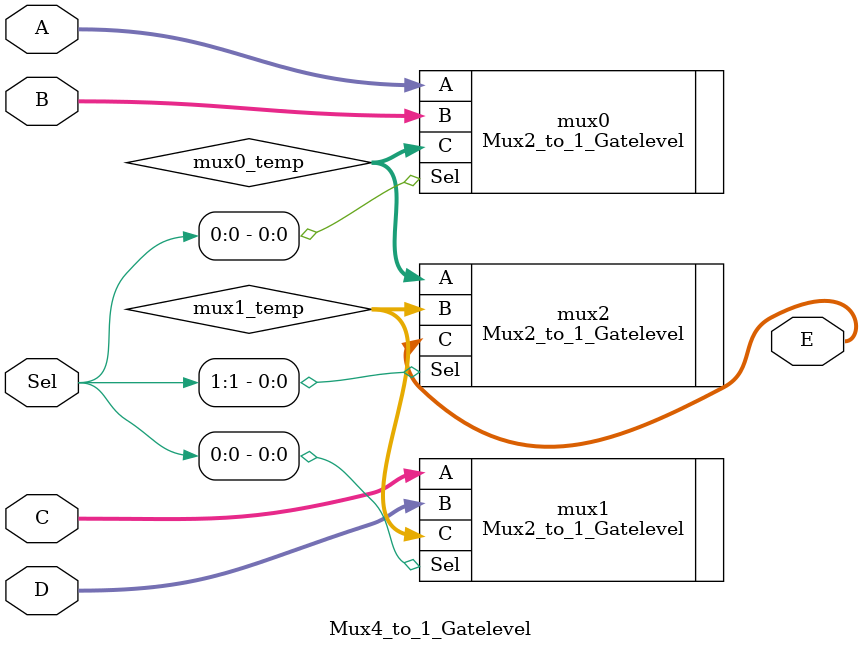
<source format=v>
`timescale 1ns / 1ps

//Dataflow
//module Mux4_to_1_Dataflow#(
//    parameter DATA_WIDTH = 8
//)(
//    input wire [DATA_WIDTH - 1 : 0] A,
//    input wire [DATA_WIDTH - 1 : 0] B,
//    input wire [DATA_WIDTH - 1 : 0] C,
//    input wire [DATA_WIDTH - 1 : 0] D,
//    input wire [1:0] Sel,
//    output wire [DATA_WIDTH - 1 : 0] E
//    );
//    assign E = (Sel == 2'b11) ? D : 
//               (Sel == 2'b10) ? C :
//               (Sel == 2'b01) ? B : A;
//endmodule

//Behavioral

module Mux4_to_1_Behavioral#(
    parameter DATA_WIDTH = 8
)(
    input wire [DATA_WIDTH - 1 : 0] A,
    input wire [DATA_WIDTH - 1 : 0] B,
    input wire [DATA_WIDTH - 1 : 0] C,
    input wire [DATA_WIDTH - 1 : 0] D,
    input wire [1:0] Sel,
    output reg [DATA_WIDTH - 1 : 0] E
    );
    always@(*) begin
        if(Sel == 2'b00) E = A;
        else if(Sel == 2'b01) E = B;
        else if(Sel == 2'b10) E = C;
        else E = D;
    end
endmodule

//Gate level
module Mux4_to_1_Gatelevel#(
    parameter DATA_WIDTH = 8
)(
    input wire [DATA_WIDTH - 1 : 0] A,
    input wire [DATA_WIDTH - 1 : 0] B,
    input wire [DATA_WIDTH - 1 : 0] C,
    input wire [DATA_WIDTH - 1 : 0] D,
    input wire [1:0] Sel,
    output wire [DATA_WIDTH - 1 : 0] E
    );
    wire [DATA_WIDTH - 1 : 0] mux0_temp, mux1_temp;
    
    Mux2_to_1_Gatelevel#(
        .DATA_WIDTH(DATA_WIDTH)
    )mux0(
        .A(A),
        .B(B),
        .Sel(Sel[0]),
        .C(mux0_temp)
    );
    Mux2_to_1_Gatelevel#(
        .DATA_WIDTH(DATA_WIDTH)
    )mux1(
        .A(C),
        .B(D),
        .Sel(Sel[0]),
        .C(mux1_temp)
    );
    Mux2_to_1_Gatelevel#(
        .DATA_WIDTH(DATA_WIDTH)
    )mux2(
        .A(mux0_temp),
        .B(mux1_temp),
        .Sel(Sel[1]),
        .C(E)
    );
endmodule
</source>
